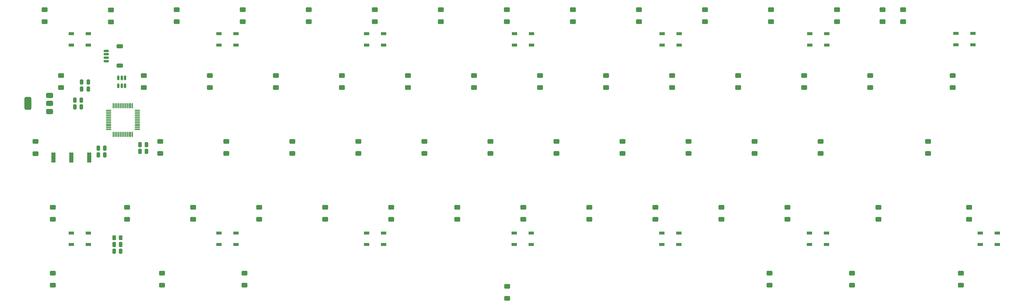
<source format=gbr>
%TF.GenerationSoftware,KiCad,Pcbnew,8.99.0-946-gf00a1ab517*%
%TF.CreationDate,2024-05-15T19:37:32+07:00*%
%TF.ProjectId,toro60,746f726f-3630-42e6-9b69-6361645f7063,rev?*%
%TF.SameCoordinates,Original*%
%TF.FileFunction,Paste,Bot*%
%TF.FilePolarity,Positive*%
%FSLAX46Y46*%
G04 Gerber Fmt 4.6, Leading zero omitted, Abs format (unit mm)*
G04 Created by KiCad (PCBNEW 8.99.0-946-gf00a1ab517) date 2024-05-15 19:37:32*
%MOMM*%
%LPD*%
G01*
G04 APERTURE LIST*
G04 Aperture macros list*
%AMRoundRect*
0 Rectangle with rounded corners*
0 $1 Rounding radius*
0 $2 $3 $4 $5 $6 $7 $8 $9 X,Y pos of 4 corners*
0 Add a 4 corners polygon primitive as box body*
4,1,4,$2,$3,$4,$5,$6,$7,$8,$9,$2,$3,0*
0 Add four circle primitives for the rounded corners*
1,1,$1+$1,$2,$3*
1,1,$1+$1,$4,$5*
1,1,$1+$1,$6,$7*
1,1,$1+$1,$8,$9*
0 Add four rect primitives between the rounded corners*
20,1,$1+$1,$2,$3,$4,$5,0*
20,1,$1+$1,$4,$5,$6,$7,0*
20,1,$1+$1,$6,$7,$8,$9,0*
20,1,$1+$1,$8,$9,$2,$3,0*%
G04 Aperture macros list end*
%ADD10RoundRect,0.250000X0.600000X-0.400000X0.600000X0.400000X-0.600000X0.400000X-0.600000X-0.400000X0*%
%ADD11RoundRect,0.375000X0.625000X0.375000X-0.625000X0.375000X-0.625000X-0.375000X0.625000X-0.375000X0*%
%ADD12RoundRect,0.500000X0.500000X1.400000X-0.500000X1.400000X-0.500000X-1.400000X0.500000X-1.400000X0*%
%ADD13RoundRect,0.250000X-0.250000X-0.475000X0.250000X-0.475000X0.250000X0.475000X-0.250000X0.475000X0*%
%ADD14R,1.500000X0.900000*%
%ADD15RoundRect,0.250000X0.250000X0.475000X-0.250000X0.475000X-0.250000X-0.475000X0.250000X-0.475000X0*%
%ADD16RoundRect,0.250000X0.262500X0.450000X-0.262500X0.450000X-0.262500X-0.450000X0.262500X-0.450000X0*%
%ADD17RoundRect,0.150000X-0.150000X0.512500X-0.150000X-0.512500X0.150000X-0.512500X0.150000X0.512500X0*%
%ADD18R,1.190000X3.000000*%
%ADD19RoundRect,0.150000X-0.625000X0.150000X-0.625000X-0.150000X0.625000X-0.150000X0.625000X0.150000X0*%
%ADD20RoundRect,0.250000X-0.650000X0.350000X-0.650000X-0.350000X0.650000X-0.350000X0.650000X0.350000X0*%
%ADD21RoundRect,0.075000X0.075000X-0.662500X0.075000X0.662500X-0.075000X0.662500X-0.075000X-0.662500X0*%
%ADD22RoundRect,0.075000X0.662500X-0.075000X0.662500X0.075000X-0.662500X0.075000X-0.662500X-0.075000X0*%
G04 APERTURE END LIST*
D10*
%TO.C,D14*%
X292160000Y-3920000D03*
X292160000Y-420000D03*
%TD*%
D11*
%TO.C,U2*%
X45960000Y-25250000D03*
X45960000Y-27550000D03*
D12*
X39660000Y-27550000D03*
D11*
X45960000Y-29850000D03*
%TD*%
D10*
%TO.C,D25*%
X225485000Y-22970000D03*
X225485000Y-19470000D03*
%TD*%
%TO.C,D42*%
X299378099Y-42020000D03*
X299378099Y-38520000D03*
%TD*%
%TO.C,D36*%
X173097500Y-42020000D03*
X173097500Y-38520000D03*
%TD*%
%TO.C,D13*%
X273110000Y-3920000D03*
X273110000Y-420000D03*
%TD*%
%TO.C,D29*%
X306448000Y-22970000D03*
X306448000Y-19470000D03*
%TD*%
%TO.C,D49*%
X163572500Y-61070000D03*
X163572500Y-57570000D03*
%TD*%
D13*
%TO.C,C6*%
X53200000Y-28550000D03*
X55100000Y-28550000D03*
%TD*%
D10*
%TO.C,D46*%
X106422500Y-61070000D03*
X106422500Y-57570000D03*
%TD*%
D14*
%TO.C,Drgb8*%
X265170000Y-68320000D03*
X265170000Y-65020000D03*
X270070000Y-65020000D03*
X270070000Y-68320000D03*
%TD*%
D10*
%TO.C,D21*%
X149285000Y-22970000D03*
X149285000Y-19470000D03*
%TD*%
%TO.C,D47*%
X125472500Y-61070000D03*
X125472500Y-57570000D03*
%TD*%
%TO.C,D45*%
X87372500Y-61070000D03*
X87372500Y-57570000D03*
%TD*%
D14*
%TO.C,Drgb6*%
X312290000Y-7300000D03*
X312290000Y-10600000D03*
X307390000Y-10600000D03*
X307390000Y-7300000D03*
%TD*%
D10*
%TO.C,D38*%
X211197500Y-42020000D03*
X211197500Y-38520000D03*
%TD*%
%TO.C,D3*%
X82610000Y-3920000D03*
X82610000Y-420000D03*
%TD*%
D15*
%TO.C,C7*%
X57090000Y-23330000D03*
X55190000Y-23330000D03*
%TD*%
D10*
%TO.C,D20*%
X130235000Y-22970000D03*
X130235000Y-19470000D03*
%TD*%
%TO.C,D30*%
X41830000Y-42057500D03*
X41830000Y-38557500D03*
%TD*%
%TO.C,D31*%
X77847500Y-42020000D03*
X77847500Y-38520000D03*
%TD*%
D13*
%TO.C,C5*%
X64530000Y-68310000D03*
X66430000Y-68310000D03*
%TD*%
D16*
%TO.C,R1*%
X66400000Y-66370000D03*
X64575000Y-66370000D03*
%TD*%
D14*
%TO.C,Drgb11*%
X137370000Y-68320000D03*
X137370000Y-65020000D03*
X142270000Y-65020000D03*
X142270000Y-68320000D03*
%TD*%
%TO.C,Drgb12*%
X94770000Y-68320000D03*
X94770000Y-65020000D03*
X99670000Y-65020000D03*
X99670000Y-68320000D03*
%TD*%
D10*
%TO.C,D53*%
X239772500Y-61070000D03*
X239772500Y-57570000D03*
%TD*%
%TO.C,D56*%
X311210000Y-61070000D03*
X311210000Y-57570000D03*
%TD*%
D17*
%TO.C,U3*%
X65787500Y-20132500D03*
X66737500Y-20132500D03*
X67687500Y-20132500D03*
X67687500Y-22407500D03*
X66737500Y-22407500D03*
X65787500Y-22407500D03*
%TD*%
D18*
%TO.C,Dled1*%
X52201000Y-43180000D03*
X47011000Y-43180000D03*
%TD*%
D10*
%TO.C,D5*%
X120710000Y-3920000D03*
X120710000Y-420000D03*
%TD*%
D15*
%TO.C,C10*%
X66420000Y-70290000D03*
X64520000Y-70290000D03*
%TD*%
D10*
%TO.C,D22*%
X168335000Y-22970000D03*
X168335000Y-19470000D03*
%TD*%
D14*
%TO.C,Drgb2*%
X142310000Y-7330000D03*
X142310000Y-10630000D03*
X137410000Y-10630000D03*
X137410000Y-7330000D03*
%TD*%
%TO.C,Drgb4*%
X227530000Y-7340000D03*
X227530000Y-10640000D03*
X222630000Y-10640000D03*
X222630000Y-7340000D03*
%TD*%
D10*
%TO.C,D50*%
X182622500Y-61070000D03*
X182622500Y-57570000D03*
%TD*%
%TO.C,D34*%
X134997500Y-42020000D03*
X134997500Y-38520000D03*
%TD*%
%TO.C,D6*%
X139760000Y-3920000D03*
X139760000Y-420000D03*
%TD*%
%TO.C,D27*%
X263585000Y-22970000D03*
X263585000Y-19470000D03*
%TD*%
%TO.C,D33*%
X115947500Y-42020000D03*
X115947500Y-38520000D03*
%TD*%
%TO.C,D69*%
X277395999Y-80120000D03*
X277395999Y-76620000D03*
%TD*%
%TO.C,D26*%
X244535000Y-22970000D03*
X244535000Y-19470000D03*
%TD*%
%TO.C,D52*%
X220722500Y-61070000D03*
X220722500Y-57570000D03*
%TD*%
%TO.C,D23*%
X187385000Y-22970000D03*
X187385000Y-19470000D03*
%TD*%
%TO.C,D9*%
X196910000Y-3920000D03*
X196910000Y-420000D03*
%TD*%
D14*
%TO.C,Drgb1*%
X99700000Y-7330000D03*
X99700000Y-10630000D03*
X94800000Y-10630000D03*
X94800000Y-7330000D03*
%TD*%
D10*
%TO.C,D51*%
X201672500Y-61070000D03*
X201672500Y-57570000D03*
%TD*%
%TO.C,D48*%
X144522500Y-61070000D03*
X144522500Y-57570000D03*
%TD*%
D14*
%TO.C,Drgb9*%
X222570000Y-68320000D03*
X222570000Y-65020000D03*
X227470000Y-65020000D03*
X227470000Y-68320000D03*
%TD*%
D10*
%TO.C,D70*%
X308828500Y-80120000D03*
X308828500Y-76620000D03*
%TD*%
D15*
%TO.C,C3*%
X73890000Y-41420000D03*
X71990000Y-41420000D03*
%TD*%
D10*
%TO.C,D24*%
X206435000Y-22970000D03*
X206435000Y-19470000D03*
%TD*%
D13*
%TO.C,C1*%
X53200000Y-26590000D03*
X55100000Y-26590000D03*
%TD*%
D10*
%TO.C,D2*%
X63590000Y-3990000D03*
X63590000Y-490000D03*
%TD*%
%TO.C,D16*%
X49273000Y-22970000D03*
X49273000Y-19470000D03*
%TD*%
%TO.C,D18*%
X92135000Y-22970000D03*
X92135000Y-19470000D03*
%TD*%
D18*
%TO.C,Dled2*%
X52174000Y-43180000D03*
X57364000Y-43180000D03*
%TD*%
D10*
%TO.C,D17*%
X73085000Y-22970000D03*
X73085000Y-19470000D03*
%TD*%
D14*
%TO.C,Drgb10*%
X179970000Y-68320000D03*
X179970000Y-65020000D03*
X184870000Y-65020000D03*
X184870000Y-68320000D03*
%TD*%
D10*
%TO.C,D43*%
X46891000Y-61070000D03*
X46891000Y-57570000D03*
%TD*%
%TO.C,D1*%
X44510000Y-3920000D03*
X44510000Y-420000D03*
%TD*%
%TO.C,D37*%
X192147500Y-42020000D03*
X192147500Y-38520000D03*
%TD*%
D14*
%TO.C,Drgb13*%
X52170000Y-68320000D03*
X52170000Y-65020000D03*
X57070000Y-65020000D03*
X57070000Y-68320000D03*
%TD*%
D10*
%TO.C,D35*%
X154047500Y-42020000D03*
X154047500Y-38520000D03*
%TD*%
D14*
%TO.C,Drgb14*%
X57090000Y-7340000D03*
X57090000Y-10640000D03*
X52190000Y-10640000D03*
X52190000Y-7340000D03*
%TD*%
D13*
%TO.C,C9*%
X59960000Y-42410000D03*
X61860000Y-42410000D03*
%TD*%
D14*
%TO.C,Drgb5*%
X270130000Y-7360000D03*
X270130000Y-10660000D03*
X265230000Y-10660000D03*
X265230000Y-7360000D03*
%TD*%
%TO.C,Drgb3*%
X184920000Y-7330000D03*
X184920000Y-10630000D03*
X180020000Y-10630000D03*
X180020000Y-7330000D03*
%TD*%
D15*
%TO.C,C8*%
X73890000Y-39460000D03*
X71990000Y-39460000D03*
%TD*%
D10*
%TO.C,D39*%
X230247500Y-42020000D03*
X230247500Y-38520000D03*
%TD*%
%TO.C,D7*%
X158810000Y-3920000D03*
X158810000Y-420000D03*
%TD*%
%TO.C,D54*%
X258822500Y-61070000D03*
X258822500Y-57570000D03*
%TD*%
%TO.C,D8*%
X177860000Y-3920000D03*
X177860000Y-420000D03*
%TD*%
%TO.C,D12*%
X254060000Y-3920000D03*
X254060000Y-420000D03*
%TD*%
%TO.C,D40*%
X249297500Y-42020000D03*
X249297500Y-38520000D03*
%TD*%
%TO.C,D15*%
X286230000Y-3897500D03*
X286230000Y-397500D03*
%TD*%
%TO.C,D11*%
X235010000Y-3920000D03*
X235010000Y-420000D03*
%TD*%
D19*
%TO.C,J1*%
X62275000Y-12330000D03*
X62275000Y-13330000D03*
X62275000Y-14330000D03*
X62275000Y-15330000D03*
D20*
X66150000Y-11030000D03*
X66150000Y-16630000D03*
%TD*%
D13*
%TO.C,C4*%
X59960000Y-40450000D03*
X61860000Y-40450000D03*
%TD*%
D21*
%TO.C,Ud1*%
X69840000Y-36492500D03*
X69340000Y-36492500D03*
X68840000Y-36492500D03*
X68340000Y-36492500D03*
X67840000Y-36492500D03*
X67340000Y-36492500D03*
X66840000Y-36492500D03*
X66340000Y-36492500D03*
X65840000Y-36492500D03*
X65340000Y-36492500D03*
X64840000Y-36492500D03*
X64340000Y-36492500D03*
D22*
X62927500Y-35080000D03*
X62927500Y-34580000D03*
X62927500Y-34080000D03*
X62927500Y-33580000D03*
X62927500Y-33080000D03*
X62927500Y-32580000D03*
X62927500Y-32080000D03*
X62927500Y-31580000D03*
X62927500Y-31080000D03*
X62927500Y-30580000D03*
X62927500Y-30080000D03*
X62927500Y-29580000D03*
D21*
X64340000Y-28167500D03*
X64840000Y-28167500D03*
X65340000Y-28167500D03*
X65840000Y-28167500D03*
X66340000Y-28167500D03*
X66840000Y-28167500D03*
X67340000Y-28167500D03*
X67840000Y-28167500D03*
X68340000Y-28167500D03*
X68840000Y-28167500D03*
X69340000Y-28167500D03*
X69840000Y-28167500D03*
D22*
X71252500Y-29580000D03*
X71252500Y-30080000D03*
X71252500Y-30580000D03*
X71252500Y-31080000D03*
X71252500Y-31580000D03*
X71252500Y-32080000D03*
X71252500Y-32580000D03*
X71252500Y-33080000D03*
X71252500Y-33580000D03*
X71252500Y-34080000D03*
X71252500Y-34580000D03*
X71252500Y-35080000D03*
%TD*%
D10*
%TO.C,D55*%
X285016500Y-61070000D03*
X285016500Y-57570000D03*
%TD*%
D15*
%TO.C,C2*%
X57090000Y-21370000D03*
X55190000Y-21370000D03*
%TD*%
D10*
%TO.C,D19*%
X111185000Y-22970000D03*
X111185000Y-19470000D03*
%TD*%
%TO.C,D41*%
X268347500Y-42020000D03*
X268347500Y-38520000D03*
%TD*%
%TO.C,D68*%
X253583499Y-80120000D03*
X253583499Y-76620000D03*
%TD*%
%TO.C,D4*%
X101660000Y-3920000D03*
X101660000Y-420000D03*
%TD*%
D14*
%TO.C,Drgb7*%
X314390000Y-68290000D03*
X314390000Y-64990000D03*
X319290000Y-64990000D03*
X319290000Y-68290000D03*
%TD*%
D10*
%TO.C,D57*%
X46891000Y-80120000D03*
X46891000Y-76620000D03*
%TD*%
%TO.C,D44*%
X68322500Y-61070000D03*
X68322500Y-57570000D03*
%TD*%
%TO.C,D63*%
X177955000Y-83930000D03*
X177955000Y-80430000D03*
%TD*%
%TO.C,D32*%
X96897500Y-42020000D03*
X96897500Y-38520000D03*
%TD*%
%TO.C,D58*%
X78323500Y-80120000D03*
X78323500Y-76620000D03*
%TD*%
%TO.C,D10*%
X215960000Y-3920000D03*
X215960000Y-420000D03*
%TD*%
%TO.C,D28*%
X282635000Y-22970000D03*
X282635000Y-19470000D03*
%TD*%
%TO.C,D59*%
X102136000Y-80120000D03*
X102136000Y-76620000D03*
%TD*%
M02*

</source>
